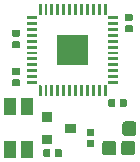
<source format=gbs>
G04 #@! TF.GenerationSoftware,KiCad,Pcbnew,5.1.4+dfsg1-1*
G04 #@! TF.CreationDate,2019-11-18T19:04:25+01:00*
G04 #@! TF.ProjectId,USB-LED-Otter,5553422d-4c45-4442-9d4f-747465722e6b,rev?*
G04 #@! TF.SameCoordinates,Original*
G04 #@! TF.FileFunction,Soldermask,Bot*
G04 #@! TF.FilePolarity,Negative*
%FSLAX46Y46*%
G04 Gerber Fmt 4.6, Leading zero omitted, Abs format (unit mm)*
G04 Created by KiCad (PCBNEW 5.1.4+dfsg1-1) date 2019-11-18 19:04:25*
%MOMM*%
%LPD*%
G04 APERTURE LIST*
%ADD10C,0.100000*%
G04 APERTURE END LIST*
D10*
G36*
X52770000Y-64700000D02*
G01*
X51720000Y-64700000D01*
X51720000Y-63300000D01*
X52770000Y-63300000D01*
X52770000Y-64700000D01*
X52770000Y-64700000D01*
G37*
G36*
X51330000Y-64700000D02*
G01*
X50280000Y-64700000D01*
X50280000Y-63300000D01*
X51330000Y-63300000D01*
X51330000Y-64700000D01*
X51330000Y-64700000D01*
G37*
G36*
X54141463Y-64007226D02*
G01*
X54157299Y-64012030D01*
X54171886Y-64019827D01*
X54184677Y-64030323D01*
X54195173Y-64043114D01*
X54202970Y-64057701D01*
X54207774Y-64073537D01*
X54210000Y-64096140D01*
X54210000Y-64553860D01*
X54207774Y-64576463D01*
X54202970Y-64592299D01*
X54195173Y-64606886D01*
X54184677Y-64619677D01*
X54171886Y-64630173D01*
X54157299Y-64637970D01*
X54141463Y-64642774D01*
X54118860Y-64645000D01*
X53711140Y-64645000D01*
X53688537Y-64642774D01*
X53672701Y-64637970D01*
X53658114Y-64630173D01*
X53645323Y-64619677D01*
X53634827Y-64606886D01*
X53627030Y-64592299D01*
X53622226Y-64576463D01*
X53620000Y-64553860D01*
X53620000Y-64096140D01*
X53622226Y-64073537D01*
X53627030Y-64057701D01*
X53634827Y-64043114D01*
X53645323Y-64030323D01*
X53658114Y-64019827D01*
X53672701Y-64012030D01*
X53688537Y-64007226D01*
X53711140Y-64005000D01*
X54118860Y-64005000D01*
X54141463Y-64007226D01*
X54141463Y-64007226D01*
G37*
G36*
X55111463Y-64007226D02*
G01*
X55127299Y-64012030D01*
X55141886Y-64019827D01*
X55154677Y-64030323D01*
X55165173Y-64043114D01*
X55172970Y-64057701D01*
X55177774Y-64073537D01*
X55180000Y-64096140D01*
X55180000Y-64553860D01*
X55177774Y-64576463D01*
X55172970Y-64592299D01*
X55165173Y-64606886D01*
X55154677Y-64619677D01*
X55141886Y-64630173D01*
X55127299Y-64637970D01*
X55111463Y-64642774D01*
X55088860Y-64645000D01*
X54681140Y-64645000D01*
X54658537Y-64642774D01*
X54642701Y-64637970D01*
X54628114Y-64630173D01*
X54615323Y-64619677D01*
X54604827Y-64606886D01*
X54597030Y-64592299D01*
X54592226Y-64576463D01*
X54590000Y-64553860D01*
X54590000Y-64096140D01*
X54592226Y-64073537D01*
X54597030Y-64057701D01*
X54604827Y-64043114D01*
X54615323Y-64030323D01*
X54628114Y-64019827D01*
X54642701Y-64012030D01*
X54658537Y-64007226D01*
X54681140Y-64005000D01*
X55088860Y-64005000D01*
X55111463Y-64007226D01*
X55111463Y-64007226D01*
G37*
G36*
X59608715Y-63305156D02*
G01*
X59653155Y-63318637D01*
X59694113Y-63340530D01*
X59730011Y-63369989D01*
X59759470Y-63405887D01*
X59781363Y-63446845D01*
X59794844Y-63491285D01*
X59800000Y-63543640D01*
X59800000Y-64256360D01*
X59794844Y-64308715D01*
X59781363Y-64353155D01*
X59759470Y-64394113D01*
X59730011Y-64430011D01*
X59694113Y-64459470D01*
X59653155Y-64481363D01*
X59608715Y-64494844D01*
X59556360Y-64500000D01*
X58843640Y-64500000D01*
X58791285Y-64494844D01*
X58746845Y-64481363D01*
X58705887Y-64459470D01*
X58669989Y-64430011D01*
X58640530Y-64394113D01*
X58618637Y-64353155D01*
X58605156Y-64308715D01*
X58600000Y-64256360D01*
X58600000Y-63543640D01*
X58605156Y-63491285D01*
X58618637Y-63446845D01*
X58640530Y-63405887D01*
X58669989Y-63369989D01*
X58705887Y-63340530D01*
X58746845Y-63318637D01*
X58791285Y-63305156D01*
X58843640Y-63300000D01*
X59556360Y-63300000D01*
X59608715Y-63305156D01*
X59608715Y-63305156D01*
G37*
G36*
X61208715Y-63305156D02*
G01*
X61253155Y-63318637D01*
X61294113Y-63340530D01*
X61330011Y-63369989D01*
X61359470Y-63405887D01*
X61381363Y-63446845D01*
X61394844Y-63491285D01*
X61400000Y-63543640D01*
X61400000Y-64256360D01*
X61394844Y-64308715D01*
X61381363Y-64353155D01*
X61359470Y-64394113D01*
X61330011Y-64430011D01*
X61294113Y-64459470D01*
X61253155Y-64481363D01*
X61208715Y-64494844D01*
X61156360Y-64500000D01*
X60443640Y-64500000D01*
X60391285Y-64494844D01*
X60346845Y-64481363D01*
X60305887Y-64459470D01*
X60269989Y-64430011D01*
X60240530Y-64394113D01*
X60218637Y-64353155D01*
X60205156Y-64308715D01*
X60200000Y-64256360D01*
X60200000Y-63543640D01*
X60205156Y-63491285D01*
X60218637Y-63446845D01*
X60240530Y-63405887D01*
X60269989Y-63369989D01*
X60305887Y-63340530D01*
X60346845Y-63318637D01*
X60391285Y-63305156D01*
X60443640Y-63300000D01*
X61156360Y-63300000D01*
X61208715Y-63305156D01*
X61208715Y-63305156D01*
G37*
G36*
X57851463Y-63232226D02*
G01*
X57867299Y-63237030D01*
X57881886Y-63244827D01*
X57894677Y-63255323D01*
X57905173Y-63268114D01*
X57912970Y-63282701D01*
X57917774Y-63298537D01*
X57920000Y-63321140D01*
X57920000Y-63728860D01*
X57917774Y-63751463D01*
X57912970Y-63767299D01*
X57905173Y-63781886D01*
X57894677Y-63794677D01*
X57881886Y-63805173D01*
X57867299Y-63812970D01*
X57851463Y-63817774D01*
X57828860Y-63820000D01*
X57371140Y-63820000D01*
X57348537Y-63817774D01*
X57332701Y-63812970D01*
X57318114Y-63805173D01*
X57305323Y-63794677D01*
X57294827Y-63781886D01*
X57287030Y-63767299D01*
X57282226Y-63751463D01*
X57280000Y-63728860D01*
X57280000Y-63321140D01*
X57282226Y-63298537D01*
X57287030Y-63282701D01*
X57294827Y-63268114D01*
X57305323Y-63255323D01*
X57318114Y-63244827D01*
X57332701Y-63237030D01*
X57348537Y-63232226D01*
X57371140Y-63230000D01*
X57828860Y-63230000D01*
X57851463Y-63232226D01*
X57851463Y-63232226D01*
G37*
G36*
X54375000Y-63575000D02*
G01*
X53475000Y-63575000D01*
X53475000Y-62775000D01*
X54375000Y-62775000D01*
X54375000Y-63575000D01*
X54375000Y-63575000D01*
G37*
G36*
X57851463Y-62262226D02*
G01*
X57867299Y-62267030D01*
X57881886Y-62274827D01*
X57894677Y-62285323D01*
X57905173Y-62298114D01*
X57912970Y-62312701D01*
X57917774Y-62328537D01*
X57920000Y-62351140D01*
X57920000Y-62758860D01*
X57917774Y-62781463D01*
X57912970Y-62797299D01*
X57905173Y-62811886D01*
X57894677Y-62824677D01*
X57881886Y-62835173D01*
X57867299Y-62842970D01*
X57851463Y-62847774D01*
X57828860Y-62850000D01*
X57371140Y-62850000D01*
X57348537Y-62847774D01*
X57332701Y-62842970D01*
X57318114Y-62835173D01*
X57305323Y-62824677D01*
X57294827Y-62811886D01*
X57287030Y-62797299D01*
X57282226Y-62781463D01*
X57280000Y-62758860D01*
X57280000Y-62351140D01*
X57282226Y-62328537D01*
X57287030Y-62312701D01*
X57294827Y-62298114D01*
X57305323Y-62285323D01*
X57318114Y-62274827D01*
X57332701Y-62267030D01*
X57348537Y-62262226D01*
X57371140Y-62260000D01*
X57828860Y-62260000D01*
X57851463Y-62262226D01*
X57851463Y-62262226D01*
G37*
G36*
X61308715Y-61645156D02*
G01*
X61353155Y-61658637D01*
X61394113Y-61680530D01*
X61430011Y-61709989D01*
X61459470Y-61745887D01*
X61481363Y-61786845D01*
X61494844Y-61831285D01*
X61500000Y-61883640D01*
X61500000Y-62596360D01*
X61494844Y-62648715D01*
X61481363Y-62693155D01*
X61459470Y-62734113D01*
X61430011Y-62770011D01*
X61394113Y-62799470D01*
X61353155Y-62821363D01*
X61308715Y-62834844D01*
X61256360Y-62840000D01*
X60543640Y-62840000D01*
X60491285Y-62834844D01*
X60446845Y-62821363D01*
X60405887Y-62799470D01*
X60369989Y-62770011D01*
X60340530Y-62734113D01*
X60318637Y-62693155D01*
X60305156Y-62648715D01*
X60300000Y-62596360D01*
X60300000Y-61883640D01*
X60305156Y-61831285D01*
X60318637Y-61786845D01*
X60340530Y-61745887D01*
X60369989Y-61709989D01*
X60405887Y-61680530D01*
X60446845Y-61658637D01*
X60491285Y-61645156D01*
X60543640Y-61640000D01*
X61256360Y-61640000D01*
X61308715Y-61645156D01*
X61308715Y-61645156D01*
G37*
G36*
X56375000Y-62625000D02*
G01*
X55475000Y-62625000D01*
X55475000Y-61825000D01*
X56375000Y-61825000D01*
X56375000Y-62625000D01*
X56375000Y-62625000D01*
G37*
G36*
X54375000Y-61675000D02*
G01*
X53475000Y-61675000D01*
X53475000Y-60875000D01*
X54375000Y-60875000D01*
X54375000Y-61675000D01*
X54375000Y-61675000D01*
G37*
G36*
X52770000Y-61100000D02*
G01*
X51720000Y-61100000D01*
X51720000Y-59700000D01*
X52770000Y-59700000D01*
X52770000Y-61100000D01*
X52770000Y-61100000D01*
G37*
G36*
X51330000Y-61100000D02*
G01*
X50280000Y-61100000D01*
X50280000Y-59700000D01*
X51330000Y-59700000D01*
X51330000Y-61100000D01*
X51330000Y-61100000D01*
G37*
G36*
X60611463Y-59757226D02*
G01*
X60627299Y-59762030D01*
X60641886Y-59769827D01*
X60654677Y-59780323D01*
X60665173Y-59793114D01*
X60672970Y-59807701D01*
X60677774Y-59823537D01*
X60680000Y-59846140D01*
X60680000Y-60303860D01*
X60677774Y-60326463D01*
X60672970Y-60342299D01*
X60665173Y-60356886D01*
X60654677Y-60369677D01*
X60641886Y-60380173D01*
X60627299Y-60387970D01*
X60611463Y-60392774D01*
X60588860Y-60395000D01*
X60181140Y-60395000D01*
X60158537Y-60392774D01*
X60142701Y-60387970D01*
X60128114Y-60380173D01*
X60115323Y-60369677D01*
X60104827Y-60356886D01*
X60097030Y-60342299D01*
X60092226Y-60326463D01*
X60090000Y-60303860D01*
X60090000Y-59846140D01*
X60092226Y-59823537D01*
X60097030Y-59807701D01*
X60104827Y-59793114D01*
X60115323Y-59780323D01*
X60128114Y-59769827D01*
X60142701Y-59762030D01*
X60158537Y-59757226D01*
X60181140Y-59755000D01*
X60588860Y-59755000D01*
X60611463Y-59757226D01*
X60611463Y-59757226D01*
G37*
G36*
X59641463Y-59757226D02*
G01*
X59657299Y-59762030D01*
X59671886Y-59769827D01*
X59684677Y-59780323D01*
X59695173Y-59793114D01*
X59702970Y-59807701D01*
X59707774Y-59823537D01*
X59710000Y-59846140D01*
X59710000Y-60303860D01*
X59707774Y-60326463D01*
X59702970Y-60342299D01*
X59695173Y-60356886D01*
X59684677Y-60369677D01*
X59671886Y-60380173D01*
X59657299Y-60387970D01*
X59641463Y-60392774D01*
X59618860Y-60395000D01*
X59211140Y-60395000D01*
X59188537Y-60392774D01*
X59172701Y-60387970D01*
X59158114Y-60380173D01*
X59145323Y-60369677D01*
X59134827Y-60356886D01*
X59127030Y-60342299D01*
X59122226Y-60326463D01*
X59120000Y-60303860D01*
X59120000Y-59846140D01*
X59122226Y-59823537D01*
X59127030Y-59807701D01*
X59134827Y-59793114D01*
X59145323Y-59780323D01*
X59158114Y-59769827D01*
X59172701Y-59762030D01*
X59188537Y-59757226D01*
X59211140Y-59755000D01*
X59618860Y-59755000D01*
X59641463Y-59757226D01*
X59641463Y-59757226D01*
G37*
G36*
X58965000Y-59468859D02*
G01*
X58964449Y-59474449D01*
X58958859Y-59475000D01*
X58721141Y-59475000D01*
X58715551Y-59474449D01*
X58715000Y-59468859D01*
X58715000Y-58606141D01*
X58715551Y-58600551D01*
X58721141Y-58600000D01*
X58965000Y-58600000D01*
X58965000Y-59468859D01*
X58965000Y-59468859D01*
G37*
G36*
X57964449Y-58600551D02*
G01*
X57965000Y-58606141D01*
X57965000Y-59468859D01*
X57964449Y-59474449D01*
X57958859Y-59475000D01*
X57721141Y-59475000D01*
X57715551Y-59474449D01*
X57715000Y-59468859D01*
X57715000Y-58606141D01*
X57715551Y-58600551D01*
X57721141Y-58600000D01*
X57958859Y-58600000D01*
X57964449Y-58600551D01*
X57964449Y-58600551D01*
G37*
G36*
X56464449Y-58600551D02*
G01*
X56465000Y-58606141D01*
X56465000Y-59468859D01*
X56464449Y-59474449D01*
X56458859Y-59475000D01*
X56221141Y-59475000D01*
X56215551Y-59474449D01*
X56215000Y-59468859D01*
X56215000Y-58606141D01*
X56215551Y-58600551D01*
X56221141Y-58600000D01*
X56458859Y-58600000D01*
X56464449Y-58600551D01*
X56464449Y-58600551D01*
G37*
G36*
X57464449Y-58600551D02*
G01*
X57465000Y-58606141D01*
X57465000Y-59468859D01*
X57464449Y-59474449D01*
X57458859Y-59475000D01*
X57221141Y-59475000D01*
X57215551Y-59474449D01*
X57215000Y-59468859D01*
X57215000Y-58606141D01*
X57215551Y-58600551D01*
X57221141Y-58600000D01*
X57458859Y-58600000D01*
X57464449Y-58600551D01*
X57464449Y-58600551D01*
G37*
G36*
X58464449Y-58600551D02*
G01*
X58465000Y-58606141D01*
X58465000Y-59468859D01*
X58464449Y-59474449D01*
X58458859Y-59475000D01*
X58221141Y-59475000D01*
X58215551Y-59474449D01*
X58215000Y-59468859D01*
X58215000Y-58606141D01*
X58215551Y-58600551D01*
X58221141Y-58600000D01*
X58458859Y-58600000D01*
X58464449Y-58600551D01*
X58464449Y-58600551D01*
G37*
G36*
X53964449Y-58600551D02*
G01*
X53965000Y-58606141D01*
X53965000Y-59468859D01*
X53964449Y-59474449D01*
X53958859Y-59475000D01*
X53721141Y-59475000D01*
X53715551Y-59474449D01*
X53715000Y-59468859D01*
X53715000Y-58606141D01*
X53715551Y-58600551D01*
X53721141Y-58600000D01*
X53958859Y-58600000D01*
X53964449Y-58600551D01*
X53964449Y-58600551D01*
G37*
G36*
X54464449Y-58600551D02*
G01*
X54465000Y-58606141D01*
X54465000Y-59468859D01*
X54464449Y-59474449D01*
X54458859Y-59475000D01*
X54221141Y-59475000D01*
X54215551Y-59474449D01*
X54215000Y-59468859D01*
X54215000Y-58606141D01*
X54215551Y-58600551D01*
X54221141Y-58600000D01*
X54458859Y-58600000D01*
X54464449Y-58600551D01*
X54464449Y-58600551D01*
G37*
G36*
X54964449Y-58600551D02*
G01*
X54965000Y-58606141D01*
X54965000Y-59468859D01*
X54964449Y-59474449D01*
X54958859Y-59475000D01*
X54721141Y-59475000D01*
X54715551Y-59474449D01*
X54715000Y-59468859D01*
X54715000Y-58606141D01*
X54715551Y-58600551D01*
X54721141Y-58600000D01*
X54958859Y-58600000D01*
X54964449Y-58600551D01*
X54964449Y-58600551D01*
G37*
G36*
X55464449Y-58600551D02*
G01*
X55465000Y-58606141D01*
X55465000Y-59468859D01*
X55464449Y-59474449D01*
X55458859Y-59475000D01*
X55221141Y-59475000D01*
X55215551Y-59474449D01*
X55215000Y-59468859D01*
X55215000Y-58606141D01*
X55215551Y-58600551D01*
X55221141Y-58600000D01*
X55458859Y-58600000D01*
X55464449Y-58600551D01*
X55464449Y-58600551D01*
G37*
G36*
X55964449Y-58600551D02*
G01*
X55965000Y-58606141D01*
X55965000Y-59468859D01*
X55964449Y-59474449D01*
X55958859Y-59475000D01*
X55721141Y-59475000D01*
X55715551Y-59474449D01*
X55715000Y-59468859D01*
X55715000Y-58606141D01*
X55715551Y-58600551D01*
X55721141Y-58600000D01*
X55958859Y-58600000D01*
X55964449Y-58600551D01*
X55964449Y-58600551D01*
G37*
G36*
X53464449Y-58600551D02*
G01*
X53465000Y-58606141D01*
X53465000Y-59468859D01*
X53464449Y-59474449D01*
X53458859Y-59475000D01*
X53221141Y-59475000D01*
X53215551Y-59474449D01*
X53215000Y-59468859D01*
X53215000Y-58600000D01*
X53458859Y-58600000D01*
X53464449Y-58600551D01*
X53464449Y-58600551D01*
G37*
G36*
X56964449Y-58600551D02*
G01*
X56965000Y-58606141D01*
X56965000Y-59468859D01*
X56964449Y-59474449D01*
X56958859Y-59475000D01*
X56721141Y-59475000D01*
X56715551Y-59474449D01*
X56715000Y-59468859D01*
X56715000Y-58606141D01*
X56715551Y-58600551D01*
X56721141Y-58600000D01*
X56958859Y-58600000D01*
X56964449Y-58600551D01*
X56964449Y-58600551D01*
G37*
G36*
X51551463Y-58092226D02*
G01*
X51567299Y-58097030D01*
X51581886Y-58104827D01*
X51594677Y-58115323D01*
X51605173Y-58128114D01*
X51612970Y-58142701D01*
X51617774Y-58158537D01*
X51620000Y-58181140D01*
X51620000Y-58588860D01*
X51617774Y-58611463D01*
X51612970Y-58627299D01*
X51605173Y-58641886D01*
X51594677Y-58654677D01*
X51581886Y-58665173D01*
X51567299Y-58672970D01*
X51551463Y-58677774D01*
X51528860Y-58680000D01*
X51071140Y-58680000D01*
X51048537Y-58677774D01*
X51032701Y-58672970D01*
X51018114Y-58665173D01*
X51005323Y-58654677D01*
X50994827Y-58641886D01*
X50987030Y-58627299D01*
X50982226Y-58611463D01*
X50980000Y-58588860D01*
X50980000Y-58181140D01*
X50982226Y-58158537D01*
X50987030Y-58142701D01*
X50994827Y-58128114D01*
X51005323Y-58115323D01*
X51018114Y-58104827D01*
X51032701Y-58097030D01*
X51048537Y-58092226D01*
X51071140Y-58090000D01*
X51528860Y-58090000D01*
X51551463Y-58092226D01*
X51551463Y-58092226D01*
G37*
G36*
X59964449Y-58225551D02*
G01*
X59965000Y-58231141D01*
X59965000Y-58468859D01*
X59964449Y-58474449D01*
X59958859Y-58475000D01*
X59090000Y-58475000D01*
X59090000Y-58231141D01*
X59090551Y-58225551D01*
X59096141Y-58225000D01*
X59958859Y-58225000D01*
X59964449Y-58225551D01*
X59964449Y-58225551D01*
G37*
G36*
X53089449Y-58225551D02*
G01*
X53090000Y-58231141D01*
X53090000Y-58475000D01*
X52221141Y-58475000D01*
X52215551Y-58474449D01*
X52215000Y-58468859D01*
X52215000Y-58231141D01*
X52215551Y-58225551D01*
X52221141Y-58225000D01*
X53083859Y-58225000D01*
X53089449Y-58225551D01*
X53089449Y-58225551D01*
G37*
G36*
X53089449Y-57725551D02*
G01*
X53090000Y-57731141D01*
X53090000Y-57968859D01*
X53089449Y-57974449D01*
X53083859Y-57975000D01*
X52221141Y-57975000D01*
X52215551Y-57974449D01*
X52215000Y-57968859D01*
X52215000Y-57731141D01*
X52215551Y-57725551D01*
X52221141Y-57725000D01*
X53083859Y-57725000D01*
X53089449Y-57725551D01*
X53089449Y-57725551D01*
G37*
G36*
X59964449Y-57725551D02*
G01*
X59965000Y-57731141D01*
X59965000Y-57968859D01*
X59964449Y-57974449D01*
X59958859Y-57975000D01*
X59096141Y-57975000D01*
X59090551Y-57974449D01*
X59090000Y-57968859D01*
X59090000Y-57731141D01*
X59090551Y-57725551D01*
X59096141Y-57725000D01*
X59958859Y-57725000D01*
X59964449Y-57725551D01*
X59964449Y-57725551D01*
G37*
G36*
X51551463Y-57122226D02*
G01*
X51567299Y-57127030D01*
X51581886Y-57134827D01*
X51594677Y-57145323D01*
X51605173Y-57158114D01*
X51612970Y-57172701D01*
X51617774Y-57188537D01*
X51620000Y-57211140D01*
X51620000Y-57618860D01*
X51617774Y-57641463D01*
X51612970Y-57657299D01*
X51605173Y-57671886D01*
X51594677Y-57684677D01*
X51581886Y-57695173D01*
X51567299Y-57702970D01*
X51551463Y-57707774D01*
X51528860Y-57710000D01*
X51071140Y-57710000D01*
X51048537Y-57707774D01*
X51032701Y-57702970D01*
X51018114Y-57695173D01*
X51005323Y-57684677D01*
X50994827Y-57671886D01*
X50987030Y-57657299D01*
X50982226Y-57641463D01*
X50980000Y-57618860D01*
X50980000Y-57211140D01*
X50982226Y-57188537D01*
X50987030Y-57172701D01*
X50994827Y-57158114D01*
X51005323Y-57145323D01*
X51018114Y-57134827D01*
X51032701Y-57127030D01*
X51048537Y-57122226D01*
X51071140Y-57120000D01*
X51528860Y-57120000D01*
X51551463Y-57122226D01*
X51551463Y-57122226D01*
G37*
G36*
X53089449Y-57225551D02*
G01*
X53090000Y-57231141D01*
X53090000Y-57468859D01*
X53089449Y-57474449D01*
X53083859Y-57475000D01*
X52221141Y-57475000D01*
X52215551Y-57474449D01*
X52215000Y-57468859D01*
X52215000Y-57231141D01*
X52215551Y-57225551D01*
X52221141Y-57225000D01*
X53083859Y-57225000D01*
X53089449Y-57225551D01*
X53089449Y-57225551D01*
G37*
G36*
X59964449Y-57225551D02*
G01*
X59965000Y-57231141D01*
X59965000Y-57468859D01*
X59964449Y-57474449D01*
X59958859Y-57475000D01*
X59096141Y-57475000D01*
X59090551Y-57474449D01*
X59090000Y-57468859D01*
X59090000Y-57231141D01*
X59090551Y-57225551D01*
X59096141Y-57225000D01*
X59958859Y-57225000D01*
X59964449Y-57225551D01*
X59964449Y-57225551D01*
G37*
G36*
X59964449Y-56725551D02*
G01*
X59965000Y-56731141D01*
X59965000Y-56968859D01*
X59964449Y-56974449D01*
X59958859Y-56975000D01*
X59096141Y-56975000D01*
X59090551Y-56974449D01*
X59090000Y-56968859D01*
X59090000Y-56731141D01*
X59090551Y-56725551D01*
X59096141Y-56725000D01*
X59958859Y-56725000D01*
X59964449Y-56725551D01*
X59964449Y-56725551D01*
G37*
G36*
X53089449Y-56725551D02*
G01*
X53090000Y-56731141D01*
X53090000Y-56968859D01*
X53089449Y-56974449D01*
X53083859Y-56975000D01*
X52221141Y-56975000D01*
X52215551Y-56974449D01*
X52215000Y-56968859D01*
X52215000Y-56731141D01*
X52215551Y-56725551D01*
X52221141Y-56725000D01*
X53083859Y-56725000D01*
X53089449Y-56725551D01*
X53089449Y-56725551D01*
G37*
G36*
X57387266Y-54300655D02*
G01*
X57387760Y-54300805D01*
X57388219Y-54301050D01*
X57388620Y-54301380D01*
X57388950Y-54301781D01*
X57389195Y-54302240D01*
X57389345Y-54302734D01*
X57390000Y-54309388D01*
X57390000Y-56890612D01*
X57389345Y-56897266D01*
X57389195Y-56897760D01*
X57388950Y-56898219D01*
X57388620Y-56898620D01*
X57388219Y-56898950D01*
X57387760Y-56899195D01*
X57387266Y-56899345D01*
X57380612Y-56900000D01*
X54799388Y-56900000D01*
X54792734Y-56899345D01*
X54792240Y-56899195D01*
X54791781Y-56898950D01*
X54791380Y-56898620D01*
X54791050Y-56898219D01*
X54790805Y-56897760D01*
X54790655Y-56897266D01*
X54790000Y-56890612D01*
X54790000Y-54309388D01*
X54790655Y-54302734D01*
X54790805Y-54302240D01*
X54791050Y-54301781D01*
X54791380Y-54301380D01*
X54791781Y-54301050D01*
X54792240Y-54300805D01*
X54792734Y-54300655D01*
X54799388Y-54300000D01*
X57380612Y-54300000D01*
X57387266Y-54300655D01*
X57387266Y-54300655D01*
G37*
G36*
X53089449Y-56225551D02*
G01*
X53090000Y-56231141D01*
X53090000Y-56468859D01*
X53089449Y-56474449D01*
X53083859Y-56475000D01*
X52221141Y-56475000D01*
X52215551Y-56474449D01*
X52215000Y-56468859D01*
X52215000Y-56231141D01*
X52215551Y-56225551D01*
X52221141Y-56225000D01*
X53083859Y-56225000D01*
X53089449Y-56225551D01*
X53089449Y-56225551D01*
G37*
G36*
X59964449Y-56225551D02*
G01*
X59965000Y-56231141D01*
X59965000Y-56468859D01*
X59964449Y-56474449D01*
X59958859Y-56475000D01*
X59096141Y-56475000D01*
X59090551Y-56474449D01*
X59090000Y-56468859D01*
X59090000Y-56231141D01*
X59090551Y-56225551D01*
X59096141Y-56225000D01*
X59958859Y-56225000D01*
X59964449Y-56225551D01*
X59964449Y-56225551D01*
G37*
G36*
X53089449Y-55725551D02*
G01*
X53090000Y-55731141D01*
X53090000Y-55968859D01*
X53089449Y-55974449D01*
X53083859Y-55975000D01*
X52221141Y-55975000D01*
X52215551Y-55974449D01*
X52215000Y-55968859D01*
X52215000Y-55731141D01*
X52215551Y-55725551D01*
X52221141Y-55725000D01*
X53083859Y-55725000D01*
X53089449Y-55725551D01*
X53089449Y-55725551D01*
G37*
G36*
X59964449Y-55725551D02*
G01*
X59965000Y-55731141D01*
X59965000Y-55968859D01*
X59964449Y-55974449D01*
X59958859Y-55975000D01*
X59096141Y-55975000D01*
X59090551Y-55974449D01*
X59090000Y-55968859D01*
X59090000Y-55731141D01*
X59090551Y-55725551D01*
X59096141Y-55725000D01*
X59958859Y-55725000D01*
X59964449Y-55725551D01*
X59964449Y-55725551D01*
G37*
G36*
X53089449Y-55225551D02*
G01*
X53090000Y-55231141D01*
X53090000Y-55468859D01*
X53089449Y-55474449D01*
X53083859Y-55475000D01*
X52221141Y-55475000D01*
X52215551Y-55474449D01*
X52215000Y-55468859D01*
X52215000Y-55231141D01*
X52215551Y-55225551D01*
X52221141Y-55225000D01*
X53083859Y-55225000D01*
X53089449Y-55225551D01*
X53089449Y-55225551D01*
G37*
G36*
X59964449Y-55225551D02*
G01*
X59965000Y-55231141D01*
X59965000Y-55468859D01*
X59964449Y-55474449D01*
X59958859Y-55475000D01*
X59096141Y-55475000D01*
X59090551Y-55474449D01*
X59090000Y-55468859D01*
X59090000Y-55231141D01*
X59090551Y-55225551D01*
X59096141Y-55225000D01*
X59958859Y-55225000D01*
X59964449Y-55225551D01*
X59964449Y-55225551D01*
G37*
G36*
X51551463Y-54842226D02*
G01*
X51567299Y-54847030D01*
X51581886Y-54854827D01*
X51594677Y-54865323D01*
X51605173Y-54878114D01*
X51612970Y-54892701D01*
X51617774Y-54908537D01*
X51620000Y-54931140D01*
X51620000Y-55338860D01*
X51617774Y-55361463D01*
X51612970Y-55377299D01*
X51605173Y-55391886D01*
X51594677Y-55404677D01*
X51581886Y-55415173D01*
X51567299Y-55422970D01*
X51551463Y-55427774D01*
X51528860Y-55430000D01*
X51071140Y-55430000D01*
X51048537Y-55427774D01*
X51032701Y-55422970D01*
X51018114Y-55415173D01*
X51005323Y-55404677D01*
X50994827Y-55391886D01*
X50987030Y-55377299D01*
X50982226Y-55361463D01*
X50980000Y-55338860D01*
X50980000Y-54931140D01*
X50982226Y-54908537D01*
X50987030Y-54892701D01*
X50994827Y-54878114D01*
X51005323Y-54865323D01*
X51018114Y-54854827D01*
X51032701Y-54847030D01*
X51048537Y-54842226D01*
X51071140Y-54840000D01*
X51528860Y-54840000D01*
X51551463Y-54842226D01*
X51551463Y-54842226D01*
G37*
G36*
X53089449Y-54725551D02*
G01*
X53090000Y-54731141D01*
X53090000Y-54968859D01*
X53089449Y-54974449D01*
X53083859Y-54975000D01*
X52221141Y-54975000D01*
X52215551Y-54974449D01*
X52215000Y-54968859D01*
X52215000Y-54731141D01*
X52215551Y-54725551D01*
X52221141Y-54725000D01*
X53083859Y-54725000D01*
X53089449Y-54725551D01*
X53089449Y-54725551D01*
G37*
G36*
X59964449Y-54725551D02*
G01*
X59965000Y-54731141D01*
X59965000Y-54968859D01*
X59964449Y-54974449D01*
X59958859Y-54975000D01*
X59096141Y-54975000D01*
X59090551Y-54974449D01*
X59090000Y-54968859D01*
X59090000Y-54731141D01*
X59090551Y-54725551D01*
X59096141Y-54725000D01*
X59958859Y-54725000D01*
X59964449Y-54725551D01*
X59964449Y-54725551D01*
G37*
G36*
X53089449Y-54225551D02*
G01*
X53090000Y-54231141D01*
X53090000Y-54468859D01*
X53089449Y-54474449D01*
X53083859Y-54475000D01*
X52221141Y-54475000D01*
X52215551Y-54474449D01*
X52215000Y-54468859D01*
X52215000Y-54231141D01*
X52215551Y-54225551D01*
X52221141Y-54225000D01*
X53083859Y-54225000D01*
X53089449Y-54225551D01*
X53089449Y-54225551D01*
G37*
G36*
X59964449Y-54225551D02*
G01*
X59965000Y-54231141D01*
X59965000Y-54468859D01*
X59964449Y-54474449D01*
X59958859Y-54475000D01*
X59096141Y-54475000D01*
X59090551Y-54474449D01*
X59090000Y-54468859D01*
X59090000Y-54231141D01*
X59090551Y-54225551D01*
X59096141Y-54225000D01*
X59958859Y-54225000D01*
X59964449Y-54225551D01*
X59964449Y-54225551D01*
G37*
G36*
X51551463Y-53872226D02*
G01*
X51567299Y-53877030D01*
X51581886Y-53884827D01*
X51594677Y-53895323D01*
X51605173Y-53908114D01*
X51612970Y-53922701D01*
X51617774Y-53938537D01*
X51620000Y-53961140D01*
X51620000Y-54368860D01*
X51617774Y-54391463D01*
X51612970Y-54407299D01*
X51605173Y-54421886D01*
X51594677Y-54434677D01*
X51581886Y-54445173D01*
X51567299Y-54452970D01*
X51551463Y-54457774D01*
X51528860Y-54460000D01*
X51071140Y-54460000D01*
X51048537Y-54457774D01*
X51032701Y-54452970D01*
X51018114Y-54445173D01*
X51005323Y-54434677D01*
X50994827Y-54421886D01*
X50987030Y-54407299D01*
X50982226Y-54391463D01*
X50980000Y-54368860D01*
X50980000Y-53961140D01*
X50982226Y-53938537D01*
X50987030Y-53922701D01*
X50994827Y-53908114D01*
X51005323Y-53895323D01*
X51018114Y-53884827D01*
X51032701Y-53877030D01*
X51048537Y-53872226D01*
X51071140Y-53870000D01*
X51528860Y-53870000D01*
X51551463Y-53872226D01*
X51551463Y-53872226D01*
G37*
G36*
X61101463Y-53517226D02*
G01*
X61117299Y-53522030D01*
X61131886Y-53529827D01*
X61144677Y-53540323D01*
X61155173Y-53553114D01*
X61162970Y-53567701D01*
X61167774Y-53583537D01*
X61170000Y-53606140D01*
X61170000Y-54013860D01*
X61167774Y-54036463D01*
X61162970Y-54052299D01*
X61155173Y-54066886D01*
X61144677Y-54079677D01*
X61131886Y-54090173D01*
X61117299Y-54097970D01*
X61101463Y-54102774D01*
X61078860Y-54105000D01*
X60621140Y-54105000D01*
X60598537Y-54102774D01*
X60582701Y-54097970D01*
X60568114Y-54090173D01*
X60555323Y-54079677D01*
X60544827Y-54066886D01*
X60537030Y-54052299D01*
X60532226Y-54036463D01*
X60530000Y-54013860D01*
X60530000Y-53606140D01*
X60532226Y-53583537D01*
X60537030Y-53567701D01*
X60544827Y-53553114D01*
X60555323Y-53540323D01*
X60568114Y-53529827D01*
X60582701Y-53522030D01*
X60598537Y-53517226D01*
X60621140Y-53515000D01*
X61078860Y-53515000D01*
X61101463Y-53517226D01*
X61101463Y-53517226D01*
G37*
G36*
X53089449Y-53725551D02*
G01*
X53090000Y-53731141D01*
X53090000Y-53968859D01*
X53089449Y-53974449D01*
X53083859Y-53975000D01*
X52221141Y-53975000D01*
X52215551Y-53974449D01*
X52215000Y-53968859D01*
X52215000Y-53731141D01*
X52215551Y-53725551D01*
X52221141Y-53725000D01*
X53083859Y-53725000D01*
X53089449Y-53725551D01*
X53089449Y-53725551D01*
G37*
G36*
X59964449Y-53725551D02*
G01*
X59965000Y-53731141D01*
X59965000Y-53968859D01*
X59964449Y-53974449D01*
X59958859Y-53975000D01*
X59096141Y-53975000D01*
X59090551Y-53974449D01*
X59090000Y-53968859D01*
X59090000Y-53731141D01*
X59090551Y-53725551D01*
X59096141Y-53725000D01*
X59958859Y-53725000D01*
X59964449Y-53725551D01*
X59964449Y-53725551D01*
G37*
G36*
X53089449Y-53225551D02*
G01*
X53090000Y-53231141D01*
X53090000Y-53468859D01*
X53089449Y-53474449D01*
X53083859Y-53475000D01*
X52221141Y-53475000D01*
X52215551Y-53474449D01*
X52215000Y-53468859D01*
X52215000Y-53231141D01*
X52215551Y-53225551D01*
X52221141Y-53225000D01*
X53083859Y-53225000D01*
X53089449Y-53225551D01*
X53089449Y-53225551D01*
G37*
G36*
X59964449Y-53225551D02*
G01*
X59965000Y-53231141D01*
X59965000Y-53468859D01*
X59964449Y-53474449D01*
X59958859Y-53475000D01*
X59096141Y-53475000D01*
X59090551Y-53474449D01*
X59090000Y-53468859D01*
X59090000Y-53231141D01*
X59090551Y-53225551D01*
X59096141Y-53225000D01*
X59958859Y-53225000D01*
X59964449Y-53225551D01*
X59964449Y-53225551D01*
G37*
G36*
X61101463Y-52547226D02*
G01*
X61117299Y-52552030D01*
X61131886Y-52559827D01*
X61144677Y-52570323D01*
X61155173Y-52583114D01*
X61162970Y-52597701D01*
X61167774Y-52613537D01*
X61170000Y-52636140D01*
X61170000Y-53043860D01*
X61167774Y-53066463D01*
X61162970Y-53082299D01*
X61155173Y-53096886D01*
X61144677Y-53109677D01*
X61131886Y-53120173D01*
X61117299Y-53127970D01*
X61101463Y-53132774D01*
X61078860Y-53135000D01*
X60621140Y-53135000D01*
X60598537Y-53132774D01*
X60582701Y-53127970D01*
X60568114Y-53120173D01*
X60555323Y-53109677D01*
X60544827Y-53096886D01*
X60537030Y-53082299D01*
X60532226Y-53066463D01*
X60530000Y-53043860D01*
X60530000Y-52636140D01*
X60532226Y-52613537D01*
X60537030Y-52597701D01*
X60544827Y-52583114D01*
X60555323Y-52570323D01*
X60568114Y-52559827D01*
X60582701Y-52552030D01*
X60598537Y-52547226D01*
X60621140Y-52545000D01*
X61078860Y-52545000D01*
X61101463Y-52547226D01*
X61101463Y-52547226D01*
G37*
G36*
X53090000Y-52968859D02*
G01*
X53089449Y-52974449D01*
X53083859Y-52975000D01*
X52221141Y-52975000D01*
X52215551Y-52974449D01*
X52215000Y-52968859D01*
X52215000Y-52731141D01*
X52215551Y-52725551D01*
X52221141Y-52725000D01*
X53090000Y-52725000D01*
X53090000Y-52968859D01*
X53090000Y-52968859D01*
G37*
G36*
X59964449Y-52725551D02*
G01*
X59965000Y-52731141D01*
X59965000Y-52968859D01*
X59964449Y-52974449D01*
X59958859Y-52975000D01*
X59096141Y-52975000D01*
X59090551Y-52974449D01*
X59090000Y-52968859D01*
X59090000Y-52725000D01*
X59958859Y-52725000D01*
X59964449Y-52725551D01*
X59964449Y-52725551D01*
G37*
G36*
X53464449Y-51725551D02*
G01*
X53465000Y-51731141D01*
X53465000Y-52593859D01*
X53464449Y-52599449D01*
X53458859Y-52600000D01*
X53215000Y-52600000D01*
X53215000Y-51731141D01*
X53215551Y-51725551D01*
X53221141Y-51725000D01*
X53458859Y-51725000D01*
X53464449Y-51725551D01*
X53464449Y-51725551D01*
G37*
G36*
X54464449Y-51725551D02*
G01*
X54465000Y-51731141D01*
X54465000Y-52593859D01*
X54464449Y-52599449D01*
X54458859Y-52600000D01*
X54221141Y-52600000D01*
X54215551Y-52599449D01*
X54215000Y-52593859D01*
X54215000Y-51731141D01*
X54215551Y-51725551D01*
X54221141Y-51725000D01*
X54458859Y-51725000D01*
X54464449Y-51725551D01*
X54464449Y-51725551D01*
G37*
G36*
X54964449Y-51725551D02*
G01*
X54965000Y-51731141D01*
X54965000Y-52593859D01*
X54964449Y-52599449D01*
X54958859Y-52600000D01*
X54721141Y-52600000D01*
X54715551Y-52599449D01*
X54715000Y-52593859D01*
X54715000Y-51731141D01*
X54715551Y-51725551D01*
X54721141Y-51725000D01*
X54958859Y-51725000D01*
X54964449Y-51725551D01*
X54964449Y-51725551D01*
G37*
G36*
X55464449Y-51725551D02*
G01*
X55465000Y-51731141D01*
X55465000Y-52593859D01*
X55464449Y-52599449D01*
X55458859Y-52600000D01*
X55221141Y-52600000D01*
X55215551Y-52599449D01*
X55215000Y-52593859D01*
X55215000Y-51731141D01*
X55215551Y-51725551D01*
X55221141Y-51725000D01*
X55458859Y-51725000D01*
X55464449Y-51725551D01*
X55464449Y-51725551D01*
G37*
G36*
X55964449Y-51725551D02*
G01*
X55965000Y-51731141D01*
X55965000Y-52593859D01*
X55964449Y-52599449D01*
X55958859Y-52600000D01*
X55721141Y-52600000D01*
X55715551Y-52599449D01*
X55715000Y-52593859D01*
X55715000Y-51731141D01*
X55715551Y-51725551D01*
X55721141Y-51725000D01*
X55958859Y-51725000D01*
X55964449Y-51725551D01*
X55964449Y-51725551D01*
G37*
G36*
X56464449Y-51725551D02*
G01*
X56465000Y-51731141D01*
X56465000Y-52593859D01*
X56464449Y-52599449D01*
X56458859Y-52600000D01*
X56221141Y-52600000D01*
X56215551Y-52599449D01*
X56215000Y-52593859D01*
X56215000Y-51731141D01*
X56215551Y-51725551D01*
X56221141Y-51725000D01*
X56458859Y-51725000D01*
X56464449Y-51725551D01*
X56464449Y-51725551D01*
G37*
G36*
X56964449Y-51725551D02*
G01*
X56965000Y-51731141D01*
X56965000Y-52593859D01*
X56964449Y-52599449D01*
X56958859Y-52600000D01*
X56721141Y-52600000D01*
X56715551Y-52599449D01*
X56715000Y-52593859D01*
X56715000Y-51731141D01*
X56715551Y-51725551D01*
X56721141Y-51725000D01*
X56958859Y-51725000D01*
X56964449Y-51725551D01*
X56964449Y-51725551D01*
G37*
G36*
X57464449Y-51725551D02*
G01*
X57465000Y-51731141D01*
X57465000Y-52593859D01*
X57464449Y-52599449D01*
X57458859Y-52600000D01*
X57221141Y-52600000D01*
X57215551Y-52599449D01*
X57215000Y-52593859D01*
X57215000Y-51731141D01*
X57215551Y-51725551D01*
X57221141Y-51725000D01*
X57458859Y-51725000D01*
X57464449Y-51725551D01*
X57464449Y-51725551D01*
G37*
G36*
X53964449Y-51725551D02*
G01*
X53965000Y-51731141D01*
X53965000Y-52593859D01*
X53964449Y-52599449D01*
X53958859Y-52600000D01*
X53721141Y-52600000D01*
X53715551Y-52599449D01*
X53715000Y-52593859D01*
X53715000Y-51731141D01*
X53715551Y-51725551D01*
X53721141Y-51725000D01*
X53958859Y-51725000D01*
X53964449Y-51725551D01*
X53964449Y-51725551D01*
G37*
G36*
X57964449Y-51725551D02*
G01*
X57965000Y-51731141D01*
X57965000Y-52593859D01*
X57964449Y-52599449D01*
X57958859Y-52600000D01*
X57721141Y-52600000D01*
X57715551Y-52599449D01*
X57715000Y-52593859D01*
X57715000Y-51731141D01*
X57715551Y-51725551D01*
X57721141Y-51725000D01*
X57958859Y-51725000D01*
X57964449Y-51725551D01*
X57964449Y-51725551D01*
G37*
G36*
X58464449Y-51725551D02*
G01*
X58465000Y-51731141D01*
X58465000Y-52593859D01*
X58464449Y-52599449D01*
X58458859Y-52600000D01*
X58221141Y-52600000D01*
X58215551Y-52599449D01*
X58215000Y-52593859D01*
X58215000Y-51731141D01*
X58215551Y-51725551D01*
X58221141Y-51725000D01*
X58458859Y-51725000D01*
X58464449Y-51725551D01*
X58464449Y-51725551D01*
G37*
G36*
X58964449Y-51725551D02*
G01*
X58965000Y-51731141D01*
X58965000Y-52600000D01*
X58721141Y-52600000D01*
X58715551Y-52599449D01*
X58715000Y-52593859D01*
X58715000Y-51731141D01*
X58715551Y-51725551D01*
X58721141Y-51725000D01*
X58958859Y-51725000D01*
X58964449Y-51725551D01*
X58964449Y-51725551D01*
G37*
M02*

</source>
